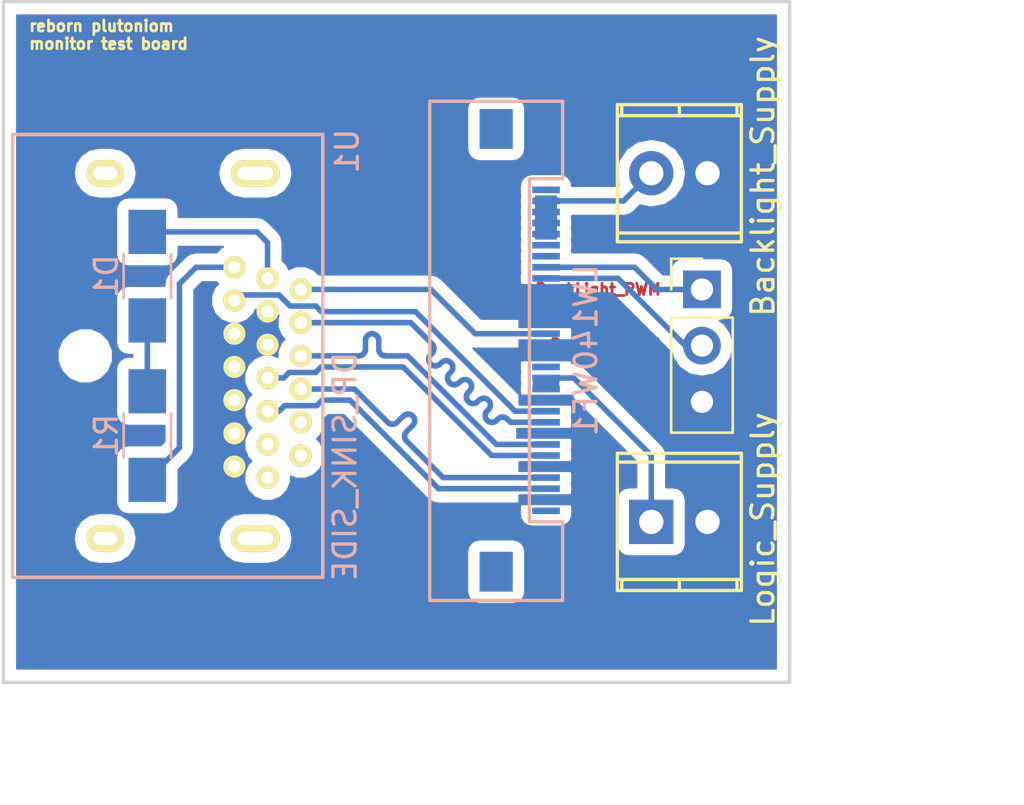
<source format=kicad_pcb>
(kicad_pcb (version 20170123) (host pcbnew no-vcs-found-be10de8~57~ubuntu16.10.1)

  (general
    (links 37)
    (no_connects 0)
    (area 186.424999 28.924999 222.075001 59.825001)
    (thickness 1.6)
    (drawings 14)
    (tracks 255)
    (zones 0)
    (modules 7)
    (nets 25)
  )

  (page A4)
  (layers
    (0 F.Cu signal)
    (31 B.Cu signal)
    (32 B.Adhes user)
    (33 F.Adhes user)
    (34 B.Paste user)
    (35 F.Paste user)
    (36 B.SilkS user)
    (37 F.SilkS user)
    (38 B.Mask user)
    (39 F.Mask user)
    (40 Dwgs.User user)
    (41 Cmts.User user)
    (42 Eco1.User user)
    (43 Eco2.User user)
    (44 Edge.Cuts user)
    (45 Margin user)
    (46 B.CrtYd user)
    (47 F.CrtYd user)
    (48 B.Fab user)
    (49 F.Fab user)
  )

  (setup
    (last_trace_width 0.25)
    (user_trace_width 0.1)
    (user_trace_width 0.125)
    (user_trace_width 0.15)
    (user_trace_width 0.2)
    (user_trace_width 0.25)
    (user_trace_width 0.3)
    (user_trace_width 0.5)
    (trace_clearance 0.1)
    (zone_clearance 0.1)
    (zone_45_only no)
    (trace_min 0.1)
    (segment_width 0.2)
    (edge_width 0.15)
    (via_size 0.8)
    (via_drill 0.4)
    (via_min_size 0.4)
    (via_min_drill 0.3)
    (uvia_size 0.3)
    (uvia_drill 0.1)
    (uvias_allowed no)
    (uvia_min_size 0.2)
    (uvia_min_drill 0.1)
    (pcb_text_width 0.3)
    (pcb_text_size 1.5 1.5)
    (mod_edge_width 0.15)
    (mod_text_size 1 1)
    (mod_text_width 0.15)
    (pad_size 1.524 1.524)
    (pad_drill 0.762)
    (pad_to_mask_clearance 0)
    (aux_axis_origin 186.5 62)
    (grid_origin 186.5 59.71)
    (visible_elements FFFFFFFF)
    (pcbplotparams
      (layerselection 0x01000_fffffffe)
      (usegerberextensions false)
      (excludeedgelayer true)
      (linewidth 0.100000)
      (plotframeref false)
      (viasonmask false)
      (mode 1)
      (useauxorigin false)
      (hpglpennumber 1)
      (hpglpenspeed 20)
      (hpglpendiameter 15)
      (psnegative false)
      (psa4output false)
      (plotreference true)
      (plotvalue true)
      (plotinvisibletext false)
      (padsonsilk false)
      (subtractmaskfromsilk false)
      (outputformat 4)
      (mirror false)
      (drillshape 1)
      (scaleselection 1)
      (outputdirectory pdf/))
  )

  (net 0 "")
  (net 1 "Net-(D1-Pad1)")
  (net 2 "Net-(D1-Pad2)")
  (net 3 +3V3)
  (net 4 GND)
  (net 5 +12V)
  (net 6 /Backlight_PWM)
  (net 7 /Backlight_Enable)
  (net 8 "Net-(R1-Pad2)")
  (net 9 "Net-(U1-Pad6)")
  (net 10 "Net-(U1-Pad3)")
  (net 11 "Net-(U1-Pad4)")
  (net 12 "Net-(U1-Pad1)")
  (net 13 "Net-(U2-Pad1)")
  (net 14 "Net-(U2-Pad14)")
  (net 15 "Net-(U2-Pad24)")
  (net 16 "Net-(U2-Pad25)")
  (net 17 "Net-(U2-Pad30)")
  (net 18 /HPD)
  (net 19 /L1-)
  (net 20 /L1+)
  (net 21 /L0-)
  (net 22 /L0+)
  (net 23 /AUX+)
  (net 24 /AUX-)

  (net_class Default "This is the default net class."
    (clearance 0.1)
    (trace_width 0.25)
    (via_dia 0.8)
    (via_drill 0.4)
    (uvia_dia 0.3)
    (uvia_drill 0.1)
    (add_net +12V)
    (add_net +3V3)
    (add_net /AUX+)
    (add_net /AUX-)
    (add_net /Backlight_Enable)
    (add_net /Backlight_PWM)
    (add_net /HPD)
    (add_net /L0+)
    (add_net /L0-)
    (add_net /L1+)
    (add_net /L1-)
    (add_net GND)
    (add_net "Net-(D1-Pad1)")
    (add_net "Net-(D1-Pad2)")
    (add_net "Net-(R1-Pad2)")
    (add_net "Net-(U1-Pad1)")
    (add_net "Net-(U1-Pad3)")
    (add_net "Net-(U1-Pad4)")
    (add_net "Net-(U1-Pad6)")
    (add_net "Net-(U2-Pad1)")
    (add_net "Net-(U2-Pad14)")
    (add_net "Net-(U2-Pad24)")
    (add_net "Net-(U2-Pad25)")
    (add_net "Net-(U2-Pad30)")
  )

  (module 2040204-1:2040210-1 (layer F.Cu) (tedit 58BA6ED9) (tstamp 58BA749C)
    (at 193.425 45 270)
    (path /58B5F157)
    (fp_text reference U1 (at -9.25 -8.6 270) (layer B.SilkS)
      (effects (font (size 1 1) (thickness 0.15)) (justify mirror))
    )
    (fp_text value DP_SINK_SIDE (at 5 -8.5 270) (layer B.SilkS)
      (effects (font (size 1 1) (thickness 0.15)) (justify mirror))
    )
    (fp_line (start -10 -7.5) (end -10 6.5) (layer B.SilkS) (width 0.15))
    (fp_line (start 10 -7.5) (end 10 6.5) (layer B.SilkS) (width 0.15))
    (fp_line (start 10 6.5) (end 10 6.5) (layer B.SilkS) (width 0.15))
    (fp_line (start 10 6.5) (end -10 6.5) (layer B.SilkS) (width 0.15))
    (fp_line (start -10 -7.5) (end 9.75 -7.5) (layer B.SilkS) (width 0.15))
    (fp_line (start 9.75 -7.5) (end 10 -7.5) (layer B.SilkS) (width 0.15))
    (fp_line (start 10 -7.5) (end 10 -7.5) (layer B.SilkS) (width 0.15))
    (fp_line (start 10 -7.5) (end 10 6.5) (layer F.SilkS) (width 0.15))
    (fp_line (start 10 6.5) (end -10 6.5) (layer F.SilkS) (width 0.15))
    (fp_line (start -10 6.5) (end -10 -7.5) (layer F.SilkS) (width 0.15))
    (fp_line (start -10 -7.5) (end 10 -7.5) (layer F.SilkS) (width 0.15))
    (pad "" np_thru_hole circle (at 0 3.225 270) (size 1.4 1.4) (drill 1.4) (layers *.Cu *.Mask F.SilkS))
    (pad 21 thru_hole oval (at -8.25 2.325 270) (size 1.2 1.7) (drill oval 0.6 1.1) (layers *.Cu *.Mask F.SilkS))
    (pad 22 thru_hole oval (at 8.25 2.325 270) (size 1.2 1.7) (drill oval 0.6 1.1) (layers *.Cu *.Mask F.SilkS))
    (pad 23 thru_hole oval (at -8.25 -4.455 270) (size 1.2 2.2) (drill oval 0.6 1.6) (layers *.Cu *.Mask F.SilkS))
    (pad 24 thru_hole oval (at 8.25 -4.455 270) (size 1.2 2.2) (drill oval 0.6 1.6) (layers *.Cu *.Mask F.SilkS))
    (pad 12 thru_hole circle (at 0 -6.505 270) (size 1 1) (drill 0.55) (layers *.Cu *.Mask F.SilkS)
      (net 22 /L0+))
    (pad 15 thru_hole circle (at -1.5 -6.505 270) (size 1 1) (drill 0.55) (layers *.Cu *.Mask F.SilkS)
      (net 23 /AUX+))
    (pad 18 thru_hole circle (at -3 -6.505 270) (size 1 1) (drill 0.55) (layers *.Cu *.Mask F.SilkS)
      (net 18 /HPD))
    (pad 9 thru_hole circle (at 1.5 -6.505 270) (size 1 1) (drill 0.55) (layers *.Cu *.Mask F.SilkS)
      (net 20 /L1+))
    (pad 6 thru_hole circle (at 3 -6.505 270) (size 1 1) (drill 0.55) (layers *.Cu *.Mask F.SilkS)
      (net 9 "Net-(U1-Pad6)"))
    (pad 3 thru_hole circle (at 4.5 -6.505 270) (size 1 1) (drill 0.55) (layers *.Cu *.Mask F.SilkS)
      (net 10 "Net-(U1-Pad3)"))
    (pad 13 thru_hole circle (at -0.5 -5.005 270) (size 1 1) (drill 0.55) (layers *.Cu *.Mask F.SilkS)
      (net 4 GND))
    (pad 16 thru_hole circle (at -2 -5.005 270) (size 1 1) (drill 0.55) (layers *.Cu *.Mask F.SilkS)
      (net 4 GND))
    (pad 19 thru_hole circle (at -3.5 -5.005 270) (size 1 1) (drill 0.55) (layers *.Cu *.Mask F.SilkS)
      (net 1 "Net-(D1-Pad1)"))
    (pad 10 thru_hole circle (at 1 -5.005 270) (size 1 1) (drill 0.55) (layers *.Cu *.Mask F.SilkS)
      (net 21 /L0-))
    (pad 7 thru_hole circle (at 2.5 -5.005 270) (size 1 1) (drill 0.55) (layers *.Cu *.Mask F.SilkS)
      (net 19 /L1-))
    (pad 4 thru_hole circle (at 4 -5.005 270) (size 1 1) (drill 0.55) (layers *.Cu *.Mask F.SilkS)
      (net 11 "Net-(U1-Pad4)"))
    (pad 1 thru_hole circle (at 5.5 -5.005 270) (size 1 1) (drill 0.55) (layers *.Cu *.Mask F.SilkS)
      (net 12 "Net-(U1-Pad1)"))
    (pad 14 thru_hole circle (at -1 -3.505 270) (size 1 1) (drill 0.55) (layers *.Cu *.Mask F.SilkS)
      (net 4 GND))
    (pad 17 thru_hole circle (at -2.5 -3.505 270) (size 1 1) (drill 0.55) (layers *.Cu *.Mask F.SilkS)
      (net 24 /AUX-))
    (pad 20 thru_hole circle (at -4 -3.505 270) (size 1 1) (drill 0.55) (layers *.Cu *.Mask F.SilkS)
      (net 8 "Net-(R1-Pad2)"))
    (pad 11 thru_hole circle (at 0.5 -3.505 270) (size 1 1) (drill 0.55) (layers *.Cu *.Mask F.SilkS)
      (net 4 GND))
    (pad 8 thru_hole circle (at 2 -3.505 270) (size 1 1) (drill 0.55) (layers *.Cu *.Mask F.SilkS)
      (net 4 GND))
    (pad 5 thru_hole circle (at 3.5 -3.505 270) (size 1 1) (drill 0.55) (layers *.Cu *.Mask F.SilkS)
      (net 4 GND))
    (pad 2 thru_hole circle (at 5 -3.505 270) (size 1 1) (drill 0.55) (layers *.Cu *.Mask F.SilkS)
      (net 4 GND))
    (model ${KIPRJMOD}/libs/foot/2040204-1.pretty/c-2040210-1-a-3d.stp
      (at (xyz 0 -0.2952755905511811 0.1456692913385827))
      (scale (xyz 1 1 1))
      (rotate (xyz -90 0 0))
    )
  )

  (module F0500WR:F0500WR-S-30PT (layer B.Cu) (tedit 58BA6B58) (tstamp 58B7EAF9)
    (at 211 44.75 90)
    (path /58B5F34E)
    (attr smd)
    (fp_text reference U2 (at 8 -6 270) (layer B.Fab)
      (effects (font (size 1 1) (thickness 0.15)) (justify mirror))
    )
    (fp_text value LW140WF1 (at 0 1.8 90) (layer B.SilkS)
      (effects (font (size 1 1) (thickness 0.15)) (justify mirror))
    )
    (fp_line (start -7.5 -0.75) (end 7.5 -0.75) (layer B.SilkS) (width 0.15))
    (fp_line (start 7.5 -0.75) (end 7.75 -0.75) (layer B.SilkS) (width 0.15))
    (fp_line (start 7.75 -0.75) (end 7.75 0.75) (layer B.SilkS) (width 0.15))
    (fp_line (start 7.75 0.75) (end 11.25 0.75) (layer B.SilkS) (width 0.15))
    (fp_line (start 11.25 0.75) (end 11.25 -3) (layer B.SilkS) (width 0.15))
    (fp_line (start 11.25 -3) (end 11.25 -5.25) (layer B.SilkS) (width 0.15))
    (fp_line (start 11.25 -5.25) (end -11.25 -5.25) (layer B.SilkS) (width 0.15))
    (fp_line (start -11.3 -5.25) (end -11.3 0.75) (layer B.SilkS) (width 0.15))
    (fp_line (start -11.25 0.75) (end -7.75 0.75) (layer B.SilkS) (width 0.15))
    (fp_line (start -7.75 0.75) (end -7.75 -0.75) (layer B.SilkS) (width 0.15))
    (fp_line (start -7.75 -0.75) (end -7.5 -0.75) (layer B.SilkS) (width 0.15))
    (pad 1 smd rect (at -7.25 0 90) (size 0.3 1.25) (layers B.Cu B.Paste B.Mask)
      (net 13 "Net-(U2-Pad1)"))
    (pad 2 smd rect (at -6.75 0 90) (size 0.3 1.25) (layers B.Cu B.Paste B.Mask)
      (net 4 GND))
    (pad 3 smd rect (at -6.25 0 90) (size 0.3 1.25) (layers B.Cu B.Paste B.Mask)
      (net 19 /L1-))
    (pad 4 smd rect (at -5.75 0 90) (size 0.3 1.25) (layers B.Cu B.Paste B.Mask)
      (net 20 /L1+))
    (pad 5 smd rect (at -5.25 0 90) (size 0.3 1.25) (layers B.Cu B.Paste B.Mask)
      (net 4 GND))
    (pad 6 smd rect (at -4.75 0 90) (size 0.3 1.25) (layers B.Cu B.Paste B.Mask)
      (net 21 /L0-))
    (pad 7 smd rect (at -4.25 0 90) (size 0.3 1.25) (layers B.Cu B.Paste B.Mask)
      (net 22 /L0+))
    (pad 8 smd rect (at -3.75 0 90) (size 0.3 1.25) (layers B.Cu B.Paste B.Mask)
      (net 4 GND))
    (pad 9 smd rect (at -3.25 0 90) (size 0.3 1.25) (layers B.Cu B.Paste B.Mask)
      (net 23 /AUX+))
    (pad 10 smd rect (at -2.75 0 90) (size 0.3 1.25) (layers B.Cu B.Paste B.Mask)
      (net 24 /AUX-))
    (pad 11 smd rect (at -2.25 0 90) (size 0.3 1.25) (layers B.Cu B.Paste B.Mask)
      (net 4 GND))
    (pad 12 smd rect (at -1.75 0 90) (size 0.3 1.25) (layers B.Cu B.Paste B.Mask)
      (net 3 +3V3))
    (pad 13 smd rect (at -1.25 0 90) (size 0.3 1.25) (layers B.Cu B.Paste B.Mask)
      (net 3 +3V3))
    (pad 14 smd rect (at -0.75 0 90) (size 0.3 1.25) (layers B.Cu B.Paste B.Mask)
      (net 14 "Net-(U2-Pad14)"))
    (pad 15 smd rect (at -0.25 0 90) (size 0.3 1.25) (layers B.Cu B.Paste B.Mask)
      (net 4 GND))
    (pad 16 smd rect (at 0.25 0 90) (size 0.3 1.25) (layers B.Cu B.Paste B.Mask)
      (net 4 GND))
    (pad 17 smd rect (at 0.75 0 90) (size 0.3 1.25) (layers B.Cu B.Paste B.Mask)
      (net 18 /HPD))
    (pad 18 smd rect (at 1.25 0 90) (size 0.3 1.25) (layers B.Cu B.Paste B.Mask)
      (net 4 GND))
    (pad 19 smd rect (at 1.75 0 90) (size 0.3 1.25) (layers B.Cu B.Paste B.Mask)
      (net 4 GND))
    (pad 20 smd rect (at 2.25 0 90) (size 0.3 1.25) (layers B.Cu B.Paste B.Mask)
      (net 4 GND))
    (pad 21 smd rect (at 2.75 0 90) (size 0.3 1.25) (layers B.Cu B.Paste B.Mask)
      (net 4 GND))
    (pad 22 smd rect (at 3.25 0 90) (size 0.3 1.25) (layers B.Cu B.Paste B.Mask)
      (net 7 /Backlight_Enable))
    (pad 23 smd rect (at 3.75 0 90) (size 0.3 1.25) (layers B.Cu B.Paste B.Mask)
      (net 6 /Backlight_PWM))
    (pad 24 smd rect (at 4.25 0 90) (size 0.3 1.25) (layers B.Cu B.Paste B.Mask)
      (net 15 "Net-(U2-Pad24)"))
    (pad 25 smd rect (at 4.75 0 90) (size 0.3 1.25) (layers B.Cu B.Paste B.Mask)
      (net 16 "Net-(U2-Pad25)"))
    (pad 26 smd rect (at 5.25 0 90) (size 0.3 1.25) (layers B.Cu B.Paste B.Mask)
      (net 5 +12V))
    (pad 27 smd rect (at 5.75 0 90) (size 0.3 1.25) (layers B.Cu B.Paste B.Mask)
      (net 5 +12V))
    (pad 28 smd rect (at 6.25 0 90) (size 0.3 1.25) (layers B.Cu B.Paste B.Mask)
      (net 5 +12V))
    (pad 29 smd rect (at 6.75 0 90) (size 0.3 1.25) (layers B.Cu B.Paste B.Mask)
      (net 5 +12V))
    (pad 30 smd rect (at 7.25 0 90) (size 0.3 1.25) (layers B.Cu B.Paste B.Mask)
      (net 17 "Net-(U2-Pad30)"))
    (pad 0 smd rect (at -10 -2.25 90) (size 1.8 1.5) (layers B.Cu B.Paste B.Mask))
    (pad 0 smd rect (at 10 -2.25 90) (size 1.8 1.5) (layers B.Cu B.Paste B.Mask))
  )

  (module Resistors_SMD:R_1206_HandSoldering (layer B.Cu) (tedit 58AADA36) (tstamp 58B7EA9F)
    (at 193 41.4 270)
    (descr "Resistor SMD 1206, hand soldering")
    (tags "resistor 1206")
    (path /58B606BC)
    (attr smd)
    (fp_text reference D1 (at 0 1.85 270) (layer B.SilkS)
      (effects (font (size 1 1) (thickness 0.15)) (justify mirror))
    )
    (fp_text value LED_ALT (at 0 -1.9 270) (layer B.Fab)
      (effects (font (size 1 1) (thickness 0.15)) (justify mirror))
    )
    (fp_text user %R (at 0 1.85 270) (layer B.Fab)
      (effects (font (size 1 1) (thickness 0.15)) (justify mirror))
    )
    (fp_line (start -1.6 -0.8) (end -1.6 0.8) (layer B.Fab) (width 0.1))
    (fp_line (start 1.6 -0.8) (end -1.6 -0.8) (layer B.Fab) (width 0.1))
    (fp_line (start 1.6 0.8) (end 1.6 -0.8) (layer B.Fab) (width 0.1))
    (fp_line (start -1.6 0.8) (end 1.6 0.8) (layer B.Fab) (width 0.1))
    (fp_line (start 1 -1.07) (end -1 -1.07) (layer B.SilkS) (width 0.12))
    (fp_line (start -1 1.07) (end 1 1.07) (layer B.SilkS) (width 0.12))
    (fp_line (start -3.25 1.11) (end 3.25 1.11) (layer B.CrtYd) (width 0.05))
    (fp_line (start -3.25 1.11) (end -3.25 -1.1) (layer B.CrtYd) (width 0.05))
    (fp_line (start 3.25 -1.1) (end 3.25 1.11) (layer B.CrtYd) (width 0.05))
    (fp_line (start 3.25 -1.1) (end -3.25 -1.1) (layer B.CrtYd) (width 0.05))
    (pad 1 smd rect (at -2 0 270) (size 2 1.7) (layers B.Cu B.Paste B.Mask)
      (net 1 "Net-(D1-Pad1)"))
    (pad 2 smd rect (at 2 0 270) (size 2 1.7) (layers B.Cu B.Paste B.Mask)
      (net 2 "Net-(D1-Pad2)"))
    (model Resistors_SMD.3dshapes/R_1206.wrl
      (at (xyz 0 0 0))
      (scale (xyz 1 1 1))
      (rotate (xyz 0 0 0))
    )
  )

  (module Connectors_Terminal_Blocks:TerminalBlock_Pheonix_MPT-2.54mm_2pol (layer F.Cu) (tedit 58BA6B53) (tstamp 58B7EAA5)
    (at 215.75 52.5)
    (descr "2-way 2.54mm pitch terminal block, Phoenix MPT series")
    (path /58B5ED51)
    (fp_text reference J1 (at -2.56 0) (layer F.Fab)
      (effects (font (size 1 1) (thickness 0.15)))
    )
    (fp_text value Logic_Supply (at 5.04 -0.116 90) (layer F.SilkS)
      (effects (font (size 1 1) (thickness 0.15)))
    )
    (fp_line (start -1.52908 -3.0988) (end -1.52908 3.0988) (layer F.SilkS) (width 0.15))
    (fp_line (start 4.06908 -3.0988) (end -1.52908 -3.0988) (layer F.SilkS) (width 0.15))
    (fp_line (start 4.06908 3.0988) (end 4.06908 -3.0988) (layer F.SilkS) (width 0.15))
    (fp_line (start -1.52908 3.0988) (end 4.06908 3.0988) (layer F.SilkS) (width 0.15))
    (fp_line (start -1.52908 -2.70002) (end 4.06908 -2.70002) (layer F.SilkS) (width 0.15))
    (fp_line (start 1.27 3.0988) (end 1.27 2.60096) (layer F.SilkS) (width 0.15))
    (fp_line (start 3.87096 2.60096) (end 3.87096 3.0988) (layer F.SilkS) (width 0.15))
    (fp_line (start -1.33096 3.0988) (end -1.33096 2.60096) (layer F.SilkS) (width 0.15))
    (fp_line (start 4.06908 2.60096) (end -1.52908 2.60096) (layer F.SilkS) (width 0.15))
    (fp_line (start 4.3 -3.3) (end 4.3 3.3) (layer F.CrtYd) (width 0.05))
    (fp_line (start 4.3 3.3) (end -1.7 3.3) (layer F.CrtYd) (width 0.05))
    (fp_line (start -1.7 3.3) (end -1.7 -3.3) (layer F.CrtYd) (width 0.05))
    (fp_line (start -1.7 -3.3) (end 4.3 -3.3) (layer F.CrtYd) (width 0.05))
    (pad 1 thru_hole rect (at 0 0) (size 1.99898 1.99898) (drill 1.09728) (layers *.Cu *.Mask)
      (net 3 +3V3))
    (pad 2 thru_hole oval (at 2.54 0) (size 1.99898 1.99898) (drill 1.09728) (layers *.Cu *.Mask)
      (net 4 GND))
    (model Terminal_Blocks.3dshapes/TerminalBlock_Pheonix_MPT-2.54mm_2pol.wrl
      (at (xyz 0.05 0 0))
      (scale (xyz 1 1 1))
      (rotate (xyz 0 0 0))
    )
  )

  (module Connectors_Terminal_Blocks:TerminalBlock_Pheonix_MPT-2.54mm_2pol (layer F.Cu) (tedit 58BA6B4F) (tstamp 58B7EAAB)
    (at 218.29 36.75 180)
    (descr "2-way 2.54mm pitch terminal block, Phoenix MPT series")
    (path /58B5EE33)
    (fp_text reference J2 (at 5.15 0 180) (layer F.Fab)
      (effects (font (size 1 1) (thickness 0.15)))
    )
    (fp_text value Backlight_Supply (at -2.5 -0.14 270) (layer F.SilkS)
      (effects (font (size 1 1) (thickness 0.15)))
    )
    (fp_line (start -1.7 -3.3) (end 4.3 -3.3) (layer F.CrtYd) (width 0.05))
    (fp_line (start -1.7 3.3) (end -1.7 -3.3) (layer F.CrtYd) (width 0.05))
    (fp_line (start 4.3 3.3) (end -1.7 3.3) (layer F.CrtYd) (width 0.05))
    (fp_line (start 4.3 -3.3) (end 4.3 3.3) (layer F.CrtYd) (width 0.05))
    (fp_line (start 4.06908 2.60096) (end -1.52908 2.60096) (layer F.SilkS) (width 0.15))
    (fp_line (start -1.33096 3.0988) (end -1.33096 2.60096) (layer F.SilkS) (width 0.15))
    (fp_line (start 3.87096 2.60096) (end 3.87096 3.0988) (layer F.SilkS) (width 0.15))
    (fp_line (start 1.27 3.0988) (end 1.27 2.60096) (layer F.SilkS) (width 0.15))
    (fp_line (start -1.52908 -2.70002) (end 4.06908 -2.70002) (layer F.SilkS) (width 0.15))
    (fp_line (start -1.52908 3.0988) (end 4.06908 3.0988) (layer F.SilkS) (width 0.15))
    (fp_line (start 4.06908 3.0988) (end 4.06908 -3.0988) (layer F.SilkS) (width 0.15))
    (fp_line (start 4.06908 -3.0988) (end -1.52908 -3.0988) (layer F.SilkS) (width 0.15))
    (fp_line (start -1.52908 -3.0988) (end -1.52908 3.0988) (layer F.SilkS) (width 0.15))
    (pad 2 thru_hole oval (at 2.54 0 180) (size 1.99898 1.99898) (drill 1.09728) (layers *.Cu *.Mask)
      (net 5 +12V))
    (pad 1 thru_hole rect (at 0 0 180) (size 1.99898 1.99898) (drill 1.09728) (layers *.Cu *.Mask)
      (net 4 GND))
    (model Terminal_Blocks.3dshapes/TerminalBlock_Pheonix_MPT-2.54mm_2pol.wrl
      (at (xyz 0.05 0 0))
      (scale (xyz 1 1 1))
      (rotate (xyz 0 0 0))
    )
  )

  (module Pin_Headers:Pin_Header_Straight_1x03_Pitch2.54mm (layer F.Cu) (tedit 58BA6B49) (tstamp 58B7EAB2)
    (at 218.04 42)
    (descr "Through hole straight pin header, 1x03, 2.54mm pitch, single row")
    (tags "Through hole pin header THT 1x03 2.54mm single row")
    (path /58B5FCF9)
    (fp_text reference J3 (at 2.46 2.51) (layer F.Fab)
      (effects (font (size 1 1) (thickness 0.15)))
    )
    (fp_text value Backlight_Controll (at 13.71 3 -90) (layer F.Fab)
      (effects (font (size 1 1) (thickness 0.15)))
    )
    (fp_line (start 1.6 -1.6) (end -1.6 -1.6) (layer F.CrtYd) (width 0.05))
    (fp_line (start 1.6 6.6) (end 1.6 -1.6) (layer F.CrtYd) (width 0.05))
    (fp_line (start -1.6 6.6) (end 1.6 6.6) (layer F.CrtYd) (width 0.05))
    (fp_line (start -1.6 -1.6) (end -1.6 6.6) (layer F.CrtYd) (width 0.05))
    (fp_line (start -1.39 -1.39) (end 0 -1.39) (layer F.SilkS) (width 0.12))
    (fp_line (start -1.39 0) (end -1.39 -1.39) (layer F.SilkS) (width 0.12))
    (fp_line (start 1.39 1.27) (end -1.39 1.27) (layer F.SilkS) (width 0.12))
    (fp_line (start 1.39 6.47) (end 1.39 1.27) (layer F.SilkS) (width 0.12))
    (fp_line (start -1.39 6.47) (end 1.39 6.47) (layer F.SilkS) (width 0.12))
    (fp_line (start -1.39 1.27) (end -1.39 6.47) (layer F.SilkS) (width 0.12))
    (fp_line (start 1.27 -1.27) (end -1.27 -1.27) (layer F.Fab) (width 0.1))
    (fp_line (start 1.27 6.35) (end 1.27 -1.27) (layer F.Fab) (width 0.1))
    (fp_line (start -1.27 6.35) (end 1.27 6.35) (layer F.Fab) (width 0.1))
    (fp_line (start -1.27 -1.27) (end -1.27 6.35) (layer F.Fab) (width 0.1))
    (pad 3 thru_hole oval (at 0 5.08) (size 1.7 1.7) (drill 1) (layers *.Cu *.Mask)
      (net 4 GND))
    (pad 2 thru_hole oval (at 0 2.54) (size 1.7 1.7) (drill 1) (layers *.Cu *.Mask)
      (net 7 /Backlight_Enable))
    (pad 1 thru_hole rect (at 0 0) (size 1.7 1.7) (drill 1) (layers *.Cu *.Mask)
      (net 6 /Backlight_PWM))
    (model Pin_Headers.3dshapes/Pin_Header_Straight_1x03_Pitch2.54mm.wrl
      (at (xyz 0 -0.1 0))
      (scale (xyz 1 1 1))
      (rotate (xyz 0 0 90))
    )
  )

  (module Resistors_SMD:R_1206_HandSoldering (layer B.Cu) (tedit 58AADA36) (tstamp 58B7EAB8)
    (at 193 48.6 270)
    (descr "Resistor SMD 1206, hand soldering")
    (tags "resistor 1206")
    (path /58B5F6A0)
    (attr smd)
    (fp_text reference R1 (at 0 1.85 270) (layer B.SilkS)
      (effects (font (size 1 1) (thickness 0.15)) (justify mirror))
    )
    (fp_text value 330 (at 0 -1.9 270) (layer B.Fab)
      (effects (font (size 1 1) (thickness 0.15)) (justify mirror))
    )
    (fp_line (start 3.25 -1.1) (end -3.25 -1.1) (layer B.CrtYd) (width 0.05))
    (fp_line (start 3.25 -1.1) (end 3.25 1.11) (layer B.CrtYd) (width 0.05))
    (fp_line (start -3.25 1.11) (end -3.25 -1.1) (layer B.CrtYd) (width 0.05))
    (fp_line (start -3.25 1.11) (end 3.25 1.11) (layer B.CrtYd) (width 0.05))
    (fp_line (start -1 1.07) (end 1 1.07) (layer B.SilkS) (width 0.12))
    (fp_line (start 1 -1.07) (end -1 -1.07) (layer B.SilkS) (width 0.12))
    (fp_line (start -1.6 0.8) (end 1.6 0.8) (layer B.Fab) (width 0.1))
    (fp_line (start 1.6 0.8) (end 1.6 -0.8) (layer B.Fab) (width 0.1))
    (fp_line (start 1.6 -0.8) (end -1.6 -0.8) (layer B.Fab) (width 0.1))
    (fp_line (start -1.6 -0.8) (end -1.6 0.8) (layer B.Fab) (width 0.1))
    (fp_text user %R (at 0 1.85 270) (layer B.Fab)
      (effects (font (size 1 1) (thickness 0.15)) (justify mirror))
    )
    (pad 2 smd rect (at 2 0 270) (size 2 1.7) (layers B.Cu B.Paste B.Mask)
      (net 8 "Net-(R1-Pad2)"))
    (pad 1 smd rect (at -2 0 270) (size 2 1.7) (layers B.Cu B.Paste B.Mask)
      (net 2 "Net-(D1-Pad2)"))
    (model Resistors_SMD.3dshapes/R_1206.wrl
      (at (xyz 0 0 0))
      (scale (xyz 1 1 1))
      (rotate (xyz 0 0 0))
    )
  )

  (gr_text +12V (at 215.71 31.81 180) (layer F.Cu) (tstamp 58BA7140)
    (effects (font (size 0.5 0.5) (thickness 0.125)))
  )
  (gr_text GND (at 218.25 31.81 180) (layer F.Cu) (tstamp 58BA713F)
    (effects (font (size 0.5 0.5) (thickness 0.125)))
  )
  (gr_text +3V3 (at 215.71 57.202) (layer F.Cu) (tstamp 58BA70CE)
    (effects (font (size 0.5 0.5) (thickness 0.125)))
  )
  (gr_text GND (at 218.25 57.202) (layer F.Cu) (tstamp 58BA70C3)
    (effects (font (size 0.5 0.5) (thickness 0.125)))
  )
  (gr_text GND (at 216.25 47) (layer F.Cu) (tstamp 58BA7687)
    (effects (font (size 0.5 0.5) (thickness 0.125)) (justify right))
  )
  (gr_text BackLight_EN (at 216.25 44.5) (layer F.Cu)
    (effects (font (size 0.5 0.5) (thickness 0.125)) (justify right))
  )
  (gr_text BackLight_PWM (at 216.25 42) (layer F.Cu)
    (effects (font (size 0.5 0.5) (thickness 0.125)) (justify right))
  )
  (dimension 30.5 (width 0.3) (layer Dwgs.User)
    (gr_text "30,500 mm" (at 227.45 44.46 90) (layer Dwgs.User) (tstamp 58CD591D)
      (effects (font (size 1.5 1.5) (thickness 0.3)))
    )
    (feature1 (pts (xy 224 29.21) (xy 228.8 29.21)))
    (feature2 (pts (xy 224 59.71) (xy 228.8 59.71)))
    (crossbar (pts (xy 226.1 59.71) (xy 226.1 29.21)))
    (arrow1a (pts (xy 226.1 29.21) (xy 226.686421 30.336504)))
    (arrow1b (pts (xy 226.1 29.21) (xy 225.513579 30.336504)))
    (arrow2a (pts (xy 226.1 59.71) (xy 226.686421 58.583496)))
    (arrow2b (pts (xy 226.1 59.71) (xy 225.513579 58.583496)))
  )
  (dimension 35.5 (width 0.3) (layer Dwgs.User)
    (gr_text "35,500 mm" (at 204.25 65.92) (layer Dwgs.User) (tstamp 58CD591E)
      (effects (font (size 1.5 1.5) (thickness 0.3)))
    )
    (feature1 (pts (xy 222 61.71) (xy 222 67.27)))
    (feature2 (pts (xy 186.5 61.71) (xy 186.5 67.27)))
    (crossbar (pts (xy 186.5 64.57) (xy 222 64.57)))
    (arrow1a (pts (xy 222 64.57) (xy 220.873496 65.156421)))
    (arrow1b (pts (xy 222 64.57) (xy 220.873496 63.983579)))
    (arrow2a (pts (xy 186.5 64.57) (xy 187.626504 65.156421)))
    (arrow2b (pts (xy 186.5 64.57) (xy 187.626504 63.983579)))
  )
  (gr_text "reborn plutoniom\nmonitor test board\n" (at 187.6 30.5) (layer F.SilkS)
    (effects (font (size 0.5 0.5) (thickness 0.125)) (justify left))
  )
  (gr_line (start 222 29) (end 222 59.75) (layer Edge.Cuts) (width 0.15))
  (gr_line (start 186.5 29) (end 222 29) (layer Edge.Cuts) (width 0.15))
  (gr_line (start 186.5 59.75) (end 186.5 29) (layer Edge.Cuts) (width 0.15))
  (gr_line (start 222 59.75) (end 186.5 59.75) (layer Edge.Cuts) (width 0.15))

  (segment (start 198.43 39.88) (end 197.95 39.4) (width 0.25) (layer B.Cu) (net 1))
  (segment (start 197.95 39.4) (end 193 39.4) (width 0.25) (layer B.Cu) (net 1))
  (segment (start 198.43 41.5) (end 198.43 39.88) (width 0.25) (layer B.Cu) (net 1))
  (segment (start 193 43.4) (end 193 46.6) (width 0.25) (layer B.Cu) (net 2))
  (segment (start 215.75 49.5) (end 212.25 46) (width 0.25) (layer B.Cu) (net 3))
  (segment (start 212.25 46) (end 211 46) (width 0.25) (layer B.Cu) (net 3))
  (segment (start 215.75 52.5) (end 215.75 49.5) (width 0.25) (layer B.Cu) (net 3))
  (segment (start 212 47) (end 212.75 47.75) (width 0.1) (layer B.Cu) (net 4))
  (segment (start 211 47) (end 212 47) (width 0.1) (layer B.Cu) (net 4))
  (segment (start 212.75 47.75) (end 212.75 48) (width 0.1) (layer B.Cu) (net 4))
  (segment (start 213 44.5) (end 213.5 45) (width 0.1) (layer B.Cu) (net 4))
  (segment (start 211 44.5) (end 213 44.5) (width 0.1) (layer B.Cu) (net 4))
  (segment (start 211 48.5) (end 212.75 48.5) (width 0.25) (layer B.Cu) (net 4))
  (segment (start 211 50) (end 212.5 50) (width 0.25) (layer B.Cu) (net 4))
  (segment (start 211 51.5) (end 212.25 51.5) (width 0.25) (layer B.Cu) (net 4))
  (segment (start 211 38) (end 214.5 38) (width 0.25) (layer B.Cu) (net 5))
  (segment (start 214.5 38) (end 215.75 36.75) (width 0.25) (layer B.Cu) (net 5))
  (segment (start 216 42) (end 215 41) (width 0.25) (layer B.Cu) (net 6))
  (segment (start 215 41) (end 211 41) (width 0.25) (layer B.Cu) (net 6))
  (segment (start 218.04 42) (end 216 42) (width 0.25) (layer B.Cu) (net 6))
  (segment (start 217.29 44.54) (end 214.25 41.5) (width 0.25) (layer B.Cu) (net 7))
  (segment (start 214.25 41.5) (end 211 41.5) (width 0.25) (layer B.Cu) (net 7))
  (segment (start 218.04 44.54) (end 217.29 44.54) (width 0.25) (layer B.Cu) (net 7))
  (segment (start 194.45 41.75) (end 194.45 49.15) (width 0.25) (layer B.Cu) (net 8))
  (segment (start 194.45 49.15) (end 193 50.6) (width 0.25) (layer B.Cu) (net 8))
  (segment (start 195.2 41) (end 194.45 41.75) (width 0.25) (layer B.Cu) (net 8))
  (segment (start 196.93 41) (end 195.2 41) (width 0.25) (layer B.Cu) (net 8))
  (segment (start 207.8 44) (end 205.8 42) (width 0.25) (layer B.Cu) (net 18))
  (segment (start 205.8 42) (end 199.93 42) (width 0.25) (layer B.Cu) (net 18))
  (segment (start 211 44) (end 207.8 44) (width 0.25) (layer B.Cu) (net 18))
  (segment (start 199.2 47.25) (end 200.65 47.25) (width 0.25) (layer B.Cu) (net 19))
  (segment (start 200.65 47.25) (end 200.9 47) (width 0.25) (layer B.Cu) (net 19))
  (segment (start 198.95 47.5) (end 199.2 47.25) (width 0.25) (layer B.Cu) (net 19))
  (segment (start 198.43 47.5) (end 198.95 47.5) (width 0.25) (layer B.Cu) (net 19))
  (segment (start 200.9 47) (end 200.95 47) (width 0.25) (layer B.Cu) (net 19))
  (segment (start 202.146448 47) (end 200.9 47) (width 0.25) (layer B.Cu) (net 19))
  (segment (start 206.146447 50.999999) (end 202.146448 47) (width 0.25) (layer B.Cu) (net 19))
  (segment (start 211 51) (end 210.999999 50.999999) (width 0.25) (layer B.Cu) (net 19))
  (segment (start 210.999999 50.999999) (end 206.146447 50.999999) (width 0.25) (layer B.Cu) (net 19))
  (segment (start 200.9 46.5) (end 202.353552 46.5) (width 0.25) (layer B.Cu) (net 20))
  (segment (start 204.739201 47.631175) (end 204.806379 47.631174) (width 0.25) (layer B.Cu) (net 20))
  (segment (start 202.353552 46.5) (end 203.853552 48) (width 0.25) (layer B.Cu) (net 20))
  (segment (start 203.853552 48) (end 203.906073 48.041884) (width 0.25) (layer B.Cu) (net 20))
  (segment (start 204.871874 47.646124) (end 204.9324 47.675272) (width 0.25) (layer B.Cu) (net 20))
  (segment (start 204.616096 48.602805) (end 204.616097 48.669985) (width 0.25) (layer B.Cu) (net 20))
  (segment (start 203.906073 48.041884) (end 203.9666 48.071032) (width 0.25) (layer B.Cu) (net 20))
  (segment (start 204.616097 48.669985) (end 204.631045 48.735478) (width 0.25) (layer B.Cu) (net 20))
  (segment (start 203.9666 48.071032) (end 204.032093 48.08598) (width 0.25) (layer B.Cu) (net 20))
  (segment (start 204.225293 48.041885) (end 204.277816 48) (width 0.25) (layer B.Cu) (net 20))
  (segment (start 204.9324 47.675272) (end 204.984921 47.717156) (width 0.25) (layer B.Cu) (net 20))
  (segment (start 204.032093 48.08598) (end 204.099273 48.085981) (width 0.25) (layer B.Cu) (net 20))
  (segment (start 204.099273 48.085981) (end 204.164766 48.071031) (width 0.25) (layer B.Cu) (net 20))
  (segment (start 206.353553 50.500001) (end 210.999999 50.500001) (width 0.25) (layer B.Cu) (net 20))
  (segment (start 204.806379 47.631174) (end 204.871874 47.646124) (width 0.25) (layer B.Cu) (net 20))
  (segment (start 204.164766 48.071031) (end 204.225293 48.041885) (width 0.25) (layer B.Cu) (net 20))
  (segment (start 204.277816 48) (end 204.560657 47.717156) (width 0.25) (layer B.Cu) (net 20))
  (segment (start 204.560657 47.717156) (end 204.61318 47.675271) (width 0.25) (layer B.Cu) (net 20))
  (segment (start 204.61318 47.675271) (end 204.673706 47.646123) (width 0.25) (layer B.Cu) (net 20))
  (segment (start 205.026806 48.088897) (end 204.984921 48.14142) (width 0.25) (layer B.Cu) (net 20))
  (segment (start 210.999999 50.500001) (end 211 50.5) (width 0.25) (layer B.Cu) (net 20))
  (segment (start 204.673706 47.646123) (end 204.739201 47.631175) (width 0.25) (layer B.Cu) (net 20))
  (segment (start 204.984921 48.14142) (end 204.702079 48.424263) (width 0.25) (layer B.Cu) (net 20))
  (segment (start 205.070903 47.895699) (end 205.070902 47.962877) (width 0.25) (layer B.Cu) (net 20))
  (segment (start 204.984921 47.717156) (end 205.026807 47.769679) (width 0.25) (layer B.Cu) (net 20))
  (segment (start 205.026807 47.769679) (end 205.055953 47.830204) (width 0.25) (layer B.Cu) (net 20))
  (segment (start 205.055953 47.830204) (end 205.070903 47.895699) (width 0.25) (layer B.Cu) (net 20))
  (segment (start 204.660194 48.476786) (end 204.631046 48.537312) (width 0.25) (layer B.Cu) (net 20))
  (segment (start 205.070902 47.962877) (end 205.055954 48.028372) (width 0.25) (layer B.Cu) (net 20))
  (segment (start 205.055954 48.028372) (end 205.026806 48.088897) (width 0.25) (layer B.Cu) (net 20))
  (segment (start 204.702079 48.424263) (end 204.660194 48.476786) (width 0.25) (layer B.Cu) (net 20))
  (segment (start 204.631046 48.537312) (end 204.616096 48.602805) (width 0.25) (layer B.Cu) (net 20))
  (segment (start 204.631045 48.735478) (end 204.660193 48.796004) (width 0.25) (layer B.Cu) (net 20))
  (segment (start 204.660193 48.796004) (end 204.70208 48.848528) (width 0.25) (layer B.Cu) (net 20))
  (segment (start 204.70208 48.848528) (end 206.353553 50.500001) (width 0.25) (layer B.Cu) (net 20))
  (segment (start 200.9 46.5) (end 199.93 46.5) (width 0.25) (layer B.Cu) (net 20))
  (segment (start 200.9 46.5) (end 200.95 46.5) (width 0.25) (layer B.Cu) (net 20))
  (segment (start 198.43 46) (end 199.15 46) (width 0.25) (layer B.Cu) (net 21))
  (segment (start 199.15 46) (end 199.4 45.75) (width 0.25) (layer B.Cu) (net 21))
  (segment (start 199.4 45.75) (end 200.6 45.75) (width 0.25) (layer B.Cu) (net 21))
  (segment (start 200.85 45.5) (end 204.546448 45.5) (width 0.25) (layer B.Cu) (net 21))
  (segment (start 200.6 45.75) (end 200.85 45.5) (width 0.25) (layer B.Cu) (net 21))
  (segment (start 210.999999 49.499999) (end 211 49.5) (width 0.25) (layer B.Cu) (net 21))
  (segment (start 204.546448 45.5) (end 208.546447 49.499999) (width 0.25) (layer B.Cu) (net 21))
  (segment (start 208.546447 49.499999) (end 210.999999 49.499999) (width 0.25) (layer B.Cu) (net 21))
  (segment (start 211 49) (end 210.999999 49.000001) (width 0.25) (layer B.Cu) (net 22))
  (segment (start 202.879709 44.169834) (end 202.857521 44.233243) (width 0.25) (layer B.Cu) (net 22))
  (segment (start 203.51545 44.887046) (end 203.479709 44.830165) (width 0.25) (layer B.Cu) (net 22))
  (segment (start 210.999999 49.000001) (end 208.753553 49.000001) (width 0.25) (layer B.Cu) (net 22))
  (segment (start 208.753553 49.000001) (end 204.753552 45) (width 0.25) (layer B.Cu) (net 22))
  (segment (start 202.82029 44.830165) (end 202.784549 44.887046) (width 0.25) (layer B.Cu) (net 22))
  (segment (start 204.753552 45) (end 203.75 45) (width 0.25) (layer B.Cu) (net 22))
  (segment (start 202.784549 44.887046) (end 202.737046 44.934549) (width 0.25) (layer B.Cu) (net 22))
  (segment (start 203.75 45) (end 203.683243 44.992478) (width 0.25) (layer B.Cu) (net 22))
  (segment (start 203.442478 44.233243) (end 203.42029 44.169834) (width 0.25) (layer B.Cu) (net 22))
  (segment (start 202.842478 44.766756) (end 202.82029 44.830165) (width 0.25) (layer B.Cu) (net 22))
  (segment (start 203.384549 44.112953) (end 203.337046 44.06545) (width 0.25) (layer B.Cu) (net 22))
  (segment (start 203.683243 44.992478) (end 203.619834 44.97029) (width 0.25) (layer B.Cu) (net 22))
  (segment (start 202.737046 44.934549) (end 202.680165 44.97029) (width 0.25) (layer B.Cu) (net 22))
  (segment (start 203.280165 44.029709) (end 203.216756 44.007521) (width 0.25) (layer B.Cu) (net 22))
  (segment (start 203.619834 44.97029) (end 203.562953 44.934549) (width 0.25) (layer B.Cu) (net 22))
  (segment (start 203.457521 44.766756) (end 203.45 44.7) (width 0.25) (layer B.Cu) (net 22))
  (segment (start 203.562953 44.934549) (end 203.51545 44.887046) (width 0.25) (layer B.Cu) (net 22))
  (segment (start 203.479709 44.830165) (end 203.457521 44.766756) (width 0.25) (layer B.Cu) (net 22))
  (segment (start 203.42029 44.169834) (end 203.384549 44.112953) (width 0.25) (layer B.Cu) (net 22))
  (segment (start 203.15 44) (end 203.083243 44.007521) (width 0.25) (layer B.Cu) (net 22))
  (segment (start 203.45 44.7) (end 203.45 44.3) (width 0.25) (layer B.Cu) (net 22))
  (segment (start 203.337046 44.06545) (end 203.280165 44.029709) (width 0.25) (layer B.Cu) (net 22))
  (segment (start 203.45 44.3) (end 203.442478 44.233243) (width 0.25) (layer B.Cu) (net 22))
  (segment (start 203.083243 44.007521) (end 203.019834 44.029709) (width 0.25) (layer B.Cu) (net 22))
  (segment (start 203.216756 44.007521) (end 203.15 44) (width 0.25) (layer B.Cu) (net 22))
  (segment (start 203.019834 44.029709) (end 202.962953 44.06545) (width 0.25) (layer B.Cu) (net 22))
  (segment (start 202.962953 44.06545) (end 202.91545 44.112953) (width 0.25) (layer B.Cu) (net 22))
  (segment (start 202.91545 44.112953) (end 202.879709 44.169834) (width 0.25) (layer B.Cu) (net 22))
  (segment (start 202.857521 44.233243) (end 202.85 44.3) (width 0.25) (layer B.Cu) (net 22))
  (segment (start 202.85 44.3) (end 202.85 44.7) (width 0.25) (layer B.Cu) (net 22))
  (segment (start 202.85 44.7) (end 202.842478 44.766756) (width 0.25) (layer B.Cu) (net 22))
  (segment (start 202.680165 44.97029) (end 202.616756 44.992478) (width 0.25) (layer B.Cu) (net 22))
  (segment (start 202.616756 44.992478) (end 202.55 45) (width 0.25) (layer B.Cu) (net 22))
  (segment (start 202.55 45) (end 200.78515 45) (width 0.25) (layer B.Cu) (net 22))
  (segment (start 200.78515 45) (end 199.93 45) (width 0.25) (layer B.Cu) (net 22))
  (segment (start 207.623975 46.46771) (end 207.638924 46.402215) (width 0.25) (layer B.Cu) (net 23))
  (segment (start 211 48) (end 210.999999 47.999999) (width 0.25) (layer B.Cu) (net 23))
  (segment (start 210.999999 47.999999) (end 209.396447 47.999999) (width 0.25) (layer B.Cu) (net 23))
  (segment (start 205.855884 44.459436) (end 204.896448 43.5) (width 0.25) (layer B.Cu) (net 23))
  (segment (start 207.594827 46.528236) (end 207.623975 46.46771) (width 0.25) (layer B.Cu) (net 23))
  (segment (start 208.254479 47.73602) (end 208.254478 47.66884) (width 0.25) (layer B.Cu) (net 23))
  (segment (start 205.973417 45.454958) (end 205.907922 45.440009) (width 0.25) (layer B.Cu) (net 23))
  (segment (start 207.638924 46.402215) (end 207.638924 46.335037) (width 0.25) (layer B.Cu) (net 23))
  (segment (start 206.643403 45.79324) (end 206.704412 45.732228) (width 0.25) (layer B.Cu) (net 23))
  (segment (start 205.855883 44.883699) (end 205.897769 44.831178) (width 0.25) (layer B.Cu) (net 23))
  (segment (start 208.34046 47.914562) (end 208.298575 47.86204) (width 0.25) (layer B.Cu) (net 23))
  (segment (start 209.004278 47.76757) (end 208.938785 47.78252) (width 0.25) (layer B.Cu) (net 23))
  (segment (start 209.396447 47.999999) (end 209.25 47.853552) (width 0.25) (layer B.Cu) (net 23))
  (segment (start 205.897769 44.511958) (end 205.855884 44.459436) (width 0.25) (layer B.Cu) (net 23))
  (segment (start 207.737653 47.152016) (end 207.670475 47.152016) (width 0.25) (layer B.Cu) (net 23))
  (segment (start 208.487453 47.250744) (end 208.487453 47.183566) (width 0.25) (layer B.Cu) (net 23))
  (segment (start 206.790395 45.486508) (end 206.775446 45.421013) (width 0.25) (layer B.Cu) (net 23))
  (segment (start 207.491931 47.066033) (end 207.450046 47.013511) (width 0.25) (layer B.Cu) (net 23))
  (segment (start 207.60498 47.137067) (end 207.544454 47.107919) (width 0.25) (layer B.Cu) (net 23))
  (segment (start 209.25 47.853552) (end 209.197478 47.811667) (width 0.25) (layer B.Cu) (net 23))
  (segment (start 206.601516 45.845762) (end 206.643403 45.79324) (width 0.25) (layer B.Cu) (net 23))
  (segment (start 208.878258 47.811666) (end 208.825736 47.853553) (width 0.25) (layer B.Cu) (net 23))
  (segment (start 208.472504 47.118071) (end 208.443356 47.057545) (width 0.25) (layer B.Cu) (net 23))
  (segment (start 206.821946 46.303487) (end 206.756451 46.288538) (width 0.25) (layer B.Cu) (net 23))
  (segment (start 209.197478 47.811667) (end 209.136951 47.782519) (width 0.25) (layer B.Cu) (net 23))
  (segment (start 206.591364 45.236932) (end 206.525871 45.221984) (width 0.25) (layer B.Cu) (net 23))
  (segment (start 209.136951 47.782519) (end 209.071458 47.767571) (width 0.25) (layer B.Cu) (net 23))
  (segment (start 205.794874 44.944711) (end 205.855883 44.883699) (width 0.25) (layer B.Cu) (net 23))
  (segment (start 205.941866 44.637979) (end 205.926917 44.572484) (width 0.25) (layer B.Cu) (net 23))
  (segment (start 207.450045 46.694291) (end 207.491932 46.641769) (width 0.25) (layer B.Cu) (net 23))
  (segment (start 207.30722 46.070512) (end 207.241727 46.085462) (width 0.25) (layer B.Cu) (net 23))
  (segment (start 206.775446 45.421013) (end 206.746298 45.360487) (width 0.25) (layer B.Cu) (net 23))
  (segment (start 208.443356 47.376765) (end 208.472504 47.316239) (width 0.25) (layer B.Cu) (net 23))
  (segment (start 206.746298 45.360487) (end 206.704413 45.307965) (width 0.25) (layer B.Cu) (net 23))
  (segment (start 208.519004 48.000545) (end 208.453509 47.985596) (width 0.25) (layer B.Cu) (net 23))
  (segment (start 205.907922 45.440009) (end 205.847396 45.410861) (width 0.25) (layer B.Cu) (net 23))
  (segment (start 208.029729 46.963137) (end 207.977207 47.005024) (width 0.25) (layer B.Cu) (net 23))
  (segment (start 209.071458 47.767571) (end 209.004278 47.76757) (width 0.25) (layer B.Cu) (net 23))
  (segment (start 208.651677 47.985596) (end 208.586182 48.000545) (width 0.25) (layer B.Cu) (net 23))
  (segment (start 205.926917 44.770652) (end 205.941866 44.705157) (width 0.25) (layer B.Cu) (net 23))
  (segment (start 208.938785 47.78252) (end 208.878258 47.811666) (width 0.25) (layer B.Cu) (net 23))
  (segment (start 206.651891 45.26608) (end 206.591364 45.236932) (width 0.25) (layer B.Cu) (net 23))
  (segment (start 208.348949 46.963138) (end 208.288422 46.93399) (width 0.25) (layer B.Cu) (net 23))
  (segment (start 208.298575 47.86204) (end 208.269427 47.801513) (width 0.25) (layer B.Cu) (net 23))
  (segment (start 206.756451 46.288538) (end 206.695925 46.25939) (width 0.25) (layer B.Cu) (net 23))
  (segment (start 206.458691 45.221983) (end 206.393198 45.236933) (width 0.25) (layer B.Cu) (net 23))
  (segment (start 208.472504 47.316239) (end 208.487453 47.250744) (width 0.25) (layer B.Cu) (net 23))
  (segment (start 208.586182 48.000545) (end 208.519004 48.000545) (width 0.25) (layer B.Cu) (net 23))
  (segment (start 208.825736 47.853553) (end 208.764724 47.914562) (width 0.25) (layer B.Cu) (net 23))
  (segment (start 205.708891 45.123253) (end 205.723841 45.05776) (width 0.25) (layer B.Cu) (net 23))
  (segment (start 208.764724 47.914562) (end 208.712203 47.956448) (width 0.25) (layer B.Cu) (net 23))
  (segment (start 206.219137 45.368975) (end 206.166616 45.410861) (width 0.25) (layer B.Cu) (net 23))
  (segment (start 207.803148 47.137067) (end 207.737653 47.152016) (width 0.25) (layer B.Cu) (net 23))
  (segment (start 208.712203 47.956448) (end 208.651677 47.985596) (width 0.25) (layer B.Cu) (net 23))
  (segment (start 207.420898 46.952984) (end 207.40595 46.887491) (width 0.25) (layer B.Cu) (net 23))
  (segment (start 208.453509 47.985596) (end 208.392983 47.956448) (width 0.25) (layer B.Cu) (net 23))
  (segment (start 207.552941 46.580757) (end 207.594827 46.528236) (width 0.25) (layer B.Cu) (net 23))
  (segment (start 208.392983 47.956448) (end 208.34046 47.914562) (width 0.25) (layer B.Cu) (net 23))
  (segment (start 208.269427 47.801513) (end 208.254479 47.73602) (width 0.25) (layer B.Cu) (net 23))
  (segment (start 208.288422 46.93399) (end 208.222929 46.919042) (width 0.25) (layer B.Cu) (net 23))
  (segment (start 208.254478 47.66884) (end 208.269428 47.603347) (width 0.25) (layer B.Cu) (net 23))
  (segment (start 207.977207 47.005024) (end 207.916195 47.066033) (width 0.25) (layer B.Cu) (net 23))
  (segment (start 206.704413 45.307965) (end 206.651891 45.26608) (width 0.25) (layer B.Cu) (net 23))
  (segment (start 208.269428 47.603347) (end 208.298574 47.54282) (width 0.25) (layer B.Cu) (net 23))
  (segment (start 208.298574 47.54282) (end 208.340461 47.490298) (width 0.25) (layer B.Cu) (net 23))
  (segment (start 208.487453 47.183566) (end 208.472504 47.118071) (width 0.25) (layer B.Cu) (net 23))
  (segment (start 208.340461 47.490298) (end 208.40147 47.429286) (width 0.25) (layer B.Cu) (net 23))
  (segment (start 207.405949 46.820311) (end 207.420899 46.754818) (width 0.25) (layer B.Cu) (net 23))
  (segment (start 205.794873 45.368975) (end 205.752988 45.316453) (width 0.25) (layer B.Cu) (net 23))
  (segment (start 208.40147 47.429286) (end 208.443356 47.376765) (width 0.25) (layer B.Cu) (net 23))
  (segment (start 208.401471 47.005023) (end 208.348949 46.963138) (width 0.25) (layer B.Cu) (net 23))
  (segment (start 208.443356 47.057545) (end 208.401471 47.005023) (width 0.25) (layer B.Cu) (net 23))
  (segment (start 207.40595 46.887491) (end 207.405949 46.820311) (width 0.25) (layer B.Cu) (net 23))
  (segment (start 208.222929 46.919042) (end 208.155749 46.919041) (width 0.25) (layer B.Cu) (net 23))
  (segment (start 208.155749 46.919041) (end 208.090256 46.933991) (width 0.25) (layer B.Cu) (net 23))
  (segment (start 206.572369 46.104455) (end 206.557421 46.038962) (width 0.25) (layer B.Cu) (net 23))
  (segment (start 208.090256 46.933991) (end 208.029729 46.963137) (width 0.25) (layer B.Cu) (net 23))
  (segment (start 207.916195 47.066033) (end 207.863674 47.107919) (width 0.25) (layer B.Cu) (net 23))
  (segment (start 207.863674 47.107919) (end 207.803148 47.137067) (width 0.25) (layer B.Cu) (net 23))
  (segment (start 206.746298 45.679707) (end 206.775446 45.619181) (width 0.25) (layer B.Cu) (net 23))
  (segment (start 205.708892 45.190433) (end 205.708891 45.123253) (width 0.25) (layer B.Cu) (net 23))
  (segment (start 207.552942 46.156494) (end 207.50042 46.114609) (width 0.25) (layer B.Cu) (net 23))
  (segment (start 207.50042 46.114609) (end 207.439893 46.085461) (width 0.25) (layer B.Cu) (net 23))
  (segment (start 206.695925 46.25939) (end 206.643402 46.217504) (width 0.25) (layer B.Cu) (net 23))
  (segment (start 207.670475 47.152016) (end 207.60498 47.137067) (width 0.25) (layer B.Cu) (net 23))
  (segment (start 207.544454 47.107919) (end 207.491931 47.066033) (width 0.25) (layer B.Cu) (net 23))
  (segment (start 207.450046 47.013511) (end 207.420898 46.952984) (width 0.25) (layer B.Cu) (net 23))
  (segment (start 206.775446 45.619181) (end 206.790395 45.553686) (width 0.25) (layer B.Cu) (net 23))
  (segment (start 207.420899 46.754818) (end 207.450045 46.694291) (width 0.25) (layer B.Cu) (net 23))
  (segment (start 207.491932 46.641769) (end 207.552941 46.580757) (width 0.25) (layer B.Cu) (net 23))
  (segment (start 207.638924 46.335037) (end 207.623975 46.269542) (width 0.25) (layer B.Cu) (net 23))
  (segment (start 207.128678 46.156495) (end 207.067666 46.217504) (width 0.25) (layer B.Cu) (net 23))
  (segment (start 206.557421 46.038962) (end 206.55742 45.971782) (width 0.25) (layer B.Cu) (net 23))
  (segment (start 207.623975 46.269542) (end 207.594827 46.209016) (width 0.25) (layer B.Cu) (net 23))
  (segment (start 207.594827 46.209016) (end 207.552942 46.156494) (width 0.25) (layer B.Cu) (net 23))
  (segment (start 207.439893 46.085461) (end 207.3744 46.070513) (width 0.25) (layer B.Cu) (net 23))
  (segment (start 207.3744 46.070513) (end 207.30722 46.070512) (width 0.25) (layer B.Cu) (net 23))
  (segment (start 207.241727 46.085462) (end 207.1812 46.114608) (width 0.25) (layer B.Cu) (net 23))
  (segment (start 207.1812 46.114608) (end 207.128678 46.156495) (width 0.25) (layer B.Cu) (net 23))
  (segment (start 207.067666 46.217504) (end 207.015145 46.25939) (width 0.25) (layer B.Cu) (net 23))
  (segment (start 205.72384 45.255926) (end 205.708892 45.190433) (width 0.25) (layer B.Cu) (net 23))
  (segment (start 207.015145 46.25939) (end 206.954619 46.288538) (width 0.25) (layer B.Cu) (net 23))
  (segment (start 206.57237 45.906289) (end 206.601516 45.845762) (width 0.25) (layer B.Cu) (net 23))
  (segment (start 205.723841 45.05776) (end 205.752987 44.997233) (width 0.25) (layer B.Cu) (net 23))
  (segment (start 206.954619 46.288538) (end 206.889124 46.303487) (width 0.25) (layer B.Cu) (net 23))
  (segment (start 206.889124 46.303487) (end 206.821946 46.303487) (width 0.25) (layer B.Cu) (net 23))
  (segment (start 206.643402 46.217504) (end 206.601517 46.164982) (width 0.25) (layer B.Cu) (net 23))
  (segment (start 206.601517 46.164982) (end 206.572369 46.104455) (width 0.25) (layer B.Cu) (net 23))
  (segment (start 206.55742 45.971782) (end 206.57237 45.906289) (width 0.25) (layer B.Cu) (net 23))
  (segment (start 206.704412 45.732228) (end 206.746298 45.679707) (width 0.25) (layer B.Cu) (net 23))
  (segment (start 206.790395 45.553686) (end 206.790395 45.486508) (width 0.25) (layer B.Cu) (net 23))
  (segment (start 206.525871 45.221984) (end 206.458691 45.221983) (width 0.25) (layer B.Cu) (net 23))
  (segment (start 206.393198 45.236933) (end 206.332671 45.266079) (width 0.25) (layer B.Cu) (net 23))
  (segment (start 206.332671 45.266079) (end 206.280149 45.307966) (width 0.25) (layer B.Cu) (net 23))
  (segment (start 206.280149 45.307966) (end 206.219137 45.368975) (width 0.25) (layer B.Cu) (net 23))
  (segment (start 206.166616 45.410861) (end 206.10609 45.440009) (width 0.25) (layer B.Cu) (net 23))
  (segment (start 206.10609 45.440009) (end 206.040595 45.454958) (width 0.25) (layer B.Cu) (net 23))
  (segment (start 206.040595 45.454958) (end 205.973417 45.454958) (width 0.25) (layer B.Cu) (net 23))
  (segment (start 205.847396 45.410861) (end 205.794873 45.368975) (width 0.25) (layer B.Cu) (net 23))
  (segment (start 205.752988 45.316453) (end 205.72384 45.255926) (width 0.25) (layer B.Cu) (net 23))
  (segment (start 205.752987 44.997233) (end 205.794874 44.944711) (width 0.25) (layer B.Cu) (net 23))
  (segment (start 205.897769 44.831178) (end 205.926917 44.770652) (width 0.25) (layer B.Cu) (net 23))
  (segment (start 205.941866 44.705157) (end 205.941866 44.637979) (width 0.25) (layer B.Cu) (net 23))
  (segment (start 205.926917 44.572484) (end 205.897769 44.511958) (width 0.25) (layer B.Cu) (net 23))
  (segment (start 204.896448 43.5) (end 201.25 43.5) (width 0.25) (layer B.Cu) (net 23))
  (segment (start 201.25 43.5) (end 199.93 43.5) (width 0.25) (layer B.Cu) (net 23))
  (segment (start 211 47.5) (end 210.999999 47.500001) (width 0.25) (layer B.Cu) (net 24))
  (segment (start 200.6 42.75) (end 199.45 42.75) (width 0.25) (layer B.Cu) (net 24))
  (segment (start 210.999999 47.500001) (end 209.603553 47.500001) (width 0.25) (layer B.Cu) (net 24))
  (segment (start 209.603553 47.500001) (end 205.103552 43) (width 0.25) (layer B.Cu) (net 24))
  (segment (start 205.103552 43) (end 200.85 43) (width 0.25) (layer B.Cu) (net 24))
  (segment (start 200.85 43) (end 200.6 42.75) (width 0.25) (layer B.Cu) (net 24))
  (segment (start 199.45 42.75) (end 198.95 42.25) (width 0.25) (layer B.Cu) (net 24))
  (segment (start 198.95 42.25) (end 197.18 42.25) (width 0.25) (layer B.Cu) (net 24))
  (segment (start 197.18 42.25) (end 196.93 42.5) (width 0.25) (layer B.Cu) (net 24))

  (zone (net 4) (net_name GND) (layer B.Cu) (tstamp 0) (hatch edge 0.508)
    (connect_pads yes (clearance 0.5))
    (min_thickness 0.1)
    (fill yes (arc_segments 16) (thermal_gap 0.1) (thermal_bridge_width 0.2))
    (polygon
      (pts
        (xy 222 59.75) (xy 186.5 59.75) (xy 186.5 29) (xy 222 29)
      )
    )
    (filled_polygon
      (pts
        (xy 221.375 59.125) (xy 187.125 59.125) (xy 187.125 53.25) (xy 189.672572 53.25) (xy 189.760111 53.690086)
        (xy 190.009399 54.063173) (xy 190.382486 54.312461) (xy 190.822572 54.4) (xy 191.377428 54.4) (xy 191.817514 54.312461)
        (xy 192.190601 54.063173) (xy 192.439889 53.690086) (xy 192.527428 53.25) (xy 196.197675 53.25) (xy 196.285214 53.690086)
        (xy 196.534502 54.063173) (xy 196.907589 54.312461) (xy 197.347675 54.4) (xy 198.412325 54.4) (xy 198.852411 54.312461)
        (xy 199.225498 54.063173) (xy 199.367935 53.85) (xy 207.439225 53.85) (xy 207.439225 55.65) (xy 207.481911 55.864599)
        (xy 207.603472 56.046528) (xy 207.785401 56.168089) (xy 208 56.210775) (xy 209.5 56.210775) (xy 209.714599 56.168089)
        (xy 209.896528 56.046528) (xy 210.018089 55.864599) (xy 210.060775 55.65) (xy 210.060775 53.85) (xy 210.018089 53.635401)
        (xy 209.896528 53.453472) (xy 209.714599 53.331911) (xy 209.5 53.289225) (xy 208 53.289225) (xy 207.785401 53.331911)
        (xy 207.603472 53.453472) (xy 207.481911 53.635401) (xy 207.439225 53.85) (xy 199.367935 53.85) (xy 199.474786 53.690086)
        (xy 199.562325 53.25) (xy 199.474786 52.809914) (xy 199.225498 52.436827) (xy 198.852411 52.187539) (xy 198.412325 52.1)
        (xy 197.347675 52.1) (xy 196.907589 52.187539) (xy 196.534502 52.436827) (xy 196.285214 52.809914) (xy 196.197675 53.25)
        (xy 192.527428 53.25) (xy 192.439889 52.809914) (xy 192.190601 52.436827) (xy 191.817514 52.187539) (xy 191.377428 52.1)
        (xy 190.822572 52.1) (xy 190.382486 52.187539) (xy 190.009399 52.436827) (xy 189.760111 52.809914) (xy 189.672572 53.25)
        (xy 187.125 53.25) (xy 187.125 45.24755) (xy 188.949783 45.24755) (xy 189.139684 45.707143) (xy 189.491007 46.059081)
        (xy 189.950269 46.249783) (xy 190.44755 46.250217) (xy 190.907143 46.060316) (xy 191.259081 45.708993) (xy 191.449783 45.249731)
        (xy 191.450217 44.75245) (xy 191.260316 44.292857) (xy 190.908993 43.940919) (xy 190.449731 43.750217) (xy 189.95245 43.749783)
        (xy 189.492857 43.939684) (xy 189.140919 44.291007) (xy 188.950217 44.750269) (xy 188.949783 45.24755) (xy 187.125 45.24755)
        (xy 187.125 38.4) (xy 191.589225 38.4) (xy 191.589225 40.4) (xy 191.631911 40.614599) (xy 191.753472 40.796528)
        (xy 191.935401 40.918089) (xy 192.15 40.960775) (xy 193.85 40.960775) (xy 194.064599 40.918089) (xy 194.246528 40.796528)
        (xy 194.368089 40.614599) (xy 194.410775 40.4) (xy 194.410775 40.075) (xy 196.419095 40.075) (xy 196.336 40.109334)
        (xy 196.119957 40.325) (xy 195.2 40.325) (xy 194.941688 40.376381) (xy 194.722703 40.522703) (xy 193.972703 41.272703)
        (xy 193.826381 41.491688) (xy 193.800139 41.623619) (xy 193.775 41.75) (xy 193.775 41.839225) (xy 192.15 41.839225)
        (xy 191.935401 41.881911) (xy 191.753472 42.003472) (xy 191.631911 42.185401) (xy 191.589225 42.4) (xy 191.589225 44.4)
        (xy 191.631911 44.614599) (xy 191.753472 44.796528) (xy 191.935401 44.918089) (xy 192.15 44.960775) (xy 192.325 44.960775)
        (xy 192.325 45.039225) (xy 192.15 45.039225) (xy 191.935401 45.081911) (xy 191.753472 45.203472) (xy 191.631911 45.385401)
        (xy 191.589225 45.6) (xy 191.589225 47.6) (xy 191.631911 47.814599) (xy 191.753472 47.996528) (xy 191.935401 48.118089)
        (xy 192.15 48.160775) (xy 193.775 48.160775) (xy 193.775 48.870406) (xy 193.606181 49.039225) (xy 192.15 49.039225)
        (xy 191.935401 49.081911) (xy 191.753472 49.203472) (xy 191.631911 49.385401) (xy 191.589225 49.6) (xy 191.589225 51.6)
        (xy 191.631911 51.814599) (xy 191.753472 51.996528) (xy 191.935401 52.118089) (xy 192.15 52.160775) (xy 193.85 52.160775)
        (xy 194.064599 52.118089) (xy 194.246528 51.996528) (xy 194.368089 51.814599) (xy 194.410775 51.6) (xy 194.410775 50.143819)
        (xy 194.927297 49.627297) (xy 195.073619 49.408312) (xy 195.125 49.15) (xy 195.125 42.029594) (xy 195.479594 41.675)
        (xy 196.120193 41.675) (xy 196.195075 41.750013) (xy 196.040372 41.904446) (xy 195.880182 42.290226) (xy 195.879818 42.707942)
        (xy 196.039334 43.094) (xy 196.334446 43.389628) (xy 196.720226 43.549818) (xy 197.137942 43.550182) (xy 197.524 43.390666)
        (xy 197.819628 43.095554) (xy 197.890448 42.925) (xy 198.670406 42.925) (xy 198.925792 43.180386) (xy 198.880182 43.290226)
        (xy 198.879818 43.707942) (xy 199.039334 44.094) (xy 199.195075 44.250013) (xy 199.040372 44.404446) (xy 198.880182 44.790226)
        (xy 198.879956 45.049914) (xy 198.639774 44.950182) (xy 198.222058 44.949818) (xy 197.836 45.109334) (xy 197.540372 45.404446)
        (xy 197.380182 45.790226) (xy 197.379818 46.207942) (xy 197.539334 46.594) (xy 197.695075 46.750013) (xy 197.540372 46.904446)
        (xy 197.380182 47.290226) (xy 197.379818 47.707942) (xy 197.539334 48.094) (xy 197.695075 48.250013) (xy 197.540372 48.404446)
        (xy 197.380182 48.790226) (xy 197.379818 49.207942) (xy 197.539334 49.594) (xy 197.695075 49.750013) (xy 197.540372 49.904446)
        (xy 197.380182 50.290226) (xy 197.379818 50.707942) (xy 197.539334 51.094) (xy 197.834446 51.389628) (xy 198.220226 51.549818)
        (xy 198.637942 51.550182) (xy 199.024 51.390666) (xy 199.319628 51.095554) (xy 199.479818 50.709774) (xy 199.480044 50.450086)
        (xy 199.720226 50.549818) (xy 200.137942 50.550182) (xy 200.524 50.390666) (xy 200.819628 50.095554) (xy 200.979818 49.709774)
        (xy 200.980182 49.292058) (xy 200.820666 48.906) (xy 200.664925 48.749987) (xy 200.819628 48.595554) (xy 200.979818 48.209774)
        (xy 200.980153 47.825616) (xy 201.127297 47.727297) (xy 201.179594 47.675) (xy 201.866854 47.675) (xy 205.66915 51.477296)
        (xy 205.888135 51.623618) (xy 206.146447 51.674999) (xy 209.849035 51.674999) (xy 209.814225 51.85) (xy 209.814225 52.15)
        (xy 209.856911 52.364599) (xy 209.978472 52.546528) (xy 210.160401 52.668089) (xy 210.375 52.710775) (xy 211.625 52.710775)
        (xy 211.839599 52.668089) (xy 212.021528 52.546528) (xy 212.143089 52.364599) (xy 212.185775 52.15) (xy 212.185775 51.85)
        (xy 212.143089 51.635401) (xy 212.052617 51.5) (xy 212.143089 51.364599) (xy 212.185775 51.15) (xy 212.185775 50.85)
        (xy 212.165884 50.75) (xy 212.185775 50.65) (xy 212.185775 50.35) (xy 212.143089 50.135401) (xy 212.052617 50)
        (xy 212.143089 49.864599) (xy 212.185775 49.65) (xy 212.185775 49.35) (xy 212.165884 49.25) (xy 212.185775 49.15)
        (xy 212.185775 48.85) (xy 212.143089 48.635401) (xy 212.052617 48.5) (xy 212.143089 48.364599) (xy 212.185775 48.15)
        (xy 212.185775 47.85) (xy 212.165884 47.75) (xy 212.185775 47.65) (xy 212.185775 47.35) (xy 212.143089 47.135401)
        (xy 212.052617 47) (xy 212.143089 46.864599) (xy 212.145896 46.85049) (xy 215.075 49.779594) (xy 215.075 50.939735)
        (xy 214.75051 50.939735) (xy 214.535911 50.982421) (xy 214.353982 51.103982) (xy 214.232421 51.285911) (xy 214.189735 51.50051)
        (xy 214.189735 53.49949) (xy 214.232421 53.714089) (xy 214.353982 53.896018) (xy 214.535911 54.017579) (xy 214.75051 54.060265)
        (xy 216.74949 54.060265) (xy 216.964089 54.017579) (xy 217.146018 53.896018) (xy 217.267579 53.714089) (xy 217.310265 53.49949)
        (xy 217.310265 51.50051) (xy 217.267579 51.285911) (xy 217.146018 51.103982) (xy 216.964089 50.982421) (xy 216.74949 50.939735)
        (xy 216.425 50.939735) (xy 216.425 49.5) (xy 216.373619 49.241689) (xy 216.227297 49.022703) (xy 212.727297 45.522703)
        (xy 212.508312 45.376381) (xy 212.25 45.325) (xy 212.180802 45.325) (xy 212.143089 45.135401) (xy 212.021528 44.953472)
        (xy 211.839599 44.831911) (xy 211.625 44.789225) (xy 210.375 44.789225) (xy 210.160401 44.831911) (xy 209.978472 44.953472)
        (xy 209.856911 45.135401) (xy 209.814225 45.35) (xy 209.814225 45.65) (xy 209.834116 45.75) (xy 209.814225 45.85)
        (xy 209.814225 46.15) (xy 209.834116 46.25) (xy 209.814225 46.35) (xy 209.814225 46.65) (xy 209.840564 46.782418)
        (xy 207.716546 44.6584) (xy 207.8 44.675) (xy 210.195145 44.675) (xy 210.375 44.710775) (xy 211.625 44.710775)
        (xy 211.839599 44.668089) (xy 212.021528 44.546528) (xy 212.143089 44.364599) (xy 212.185775 44.15) (xy 212.185775 43.85)
        (xy 212.143089 43.635401) (xy 212.021528 43.453472) (xy 211.839599 43.331911) (xy 211.625 43.289225) (xy 210.375 43.289225)
        (xy 210.195145 43.325) (xy 208.079594 43.325) (xy 206.277297 41.522703) (xy 206.058312 41.376381) (xy 205.8 41.325)
        (xy 200.739807 41.325) (xy 200.525554 41.110372) (xy 200.139774 40.950182) (xy 199.722058 40.949818) (xy 199.394666 41.085094)
        (xy 199.320666 40.906) (xy 199.105 40.689957) (xy 199.105 39.88) (xy 199.053619 39.621689) (xy 198.907297 39.402703)
        (xy 198.427297 38.922703) (xy 198.208312 38.776381) (xy 197.95 38.725) (xy 194.410775 38.725) (xy 194.410775 38.4)
        (xy 194.368089 38.185401) (xy 194.246528 38.003472) (xy 194.064599 37.881911) (xy 193.85 37.839225) (xy 192.15 37.839225)
        (xy 191.935401 37.881911) (xy 191.753472 38.003472) (xy 191.631911 38.185401) (xy 191.589225 38.4) (xy 187.125 38.4)
        (xy 187.125 36.75) (xy 189.672572 36.75) (xy 189.760111 37.190086) (xy 190.009399 37.563173) (xy 190.382486 37.812461)
        (xy 190.822572 37.9) (xy 191.377428 37.9) (xy 191.817514 37.812461) (xy 192.190601 37.563173) (xy 192.439889 37.190086)
        (xy 192.527428 36.75) (xy 196.197675 36.75) (xy 196.285214 37.190086) (xy 196.534502 37.563173) (xy 196.907589 37.812461)
        (xy 197.347675 37.9) (xy 198.412325 37.9) (xy 198.852411 37.812461) (xy 199.225498 37.563173) (xy 199.367935 37.35)
        (xy 209.814225 37.35) (xy 209.814225 37.65) (xy 209.834116 37.75) (xy 209.814225 37.85) (xy 209.814225 38.15)
        (xy 209.834116 38.25) (xy 209.814225 38.35) (xy 209.814225 38.65) (xy 209.834116 38.75) (xy 209.814225 38.85)
        (xy 209.814225 39.15) (xy 209.834116 39.25) (xy 209.814225 39.35) (xy 209.814225 39.65) (xy 209.834116 39.75)
        (xy 209.814225 39.85) (xy 209.814225 40.15) (xy 209.834116 40.25) (xy 209.814225 40.35) (xy 209.814225 40.65)
        (xy 209.834116 40.75) (xy 209.814225 40.85) (xy 209.814225 41.15) (xy 209.834116 41.25) (xy 209.814225 41.35)
        (xy 209.814225 41.65) (xy 209.856911 41.864599) (xy 209.978472 42.046528) (xy 210.160401 42.168089) (xy 210.375 42.210775)
        (xy 211.625 42.210775) (xy 211.804855 42.175) (xy 213.970406 42.175) (xy 216.681393 44.885987) (xy 216.719141 45.075757)
        (xy 217.022623 45.529949) (xy 217.476815 45.833431) (xy 218.012572 45.94) (xy 218.067428 45.94) (xy 218.603185 45.833431)
        (xy 219.057377 45.529949) (xy 219.360859 45.075757) (xy 219.467428 44.54) (xy 219.360859 44.004243) (xy 219.057377 43.550051)
        (xy 218.848936 43.410775) (xy 218.89 43.410775) (xy 219.104599 43.368089) (xy 219.286528 43.246528) (xy 219.408089 43.064599)
        (xy 219.450775 42.85) (xy 219.450775 41.15) (xy 219.408089 40.935401) (xy 219.286528 40.753472) (xy 219.104599 40.631911)
        (xy 218.89 40.589225) (xy 217.19 40.589225) (xy 216.975401 40.631911) (xy 216.793472 40.753472) (xy 216.671911 40.935401)
        (xy 216.629225 41.15) (xy 216.629225 41.325) (xy 216.279594 41.325) (xy 215.477297 40.522703) (xy 215.258312 40.376381)
        (xy 215 40.325) (xy 212.180802 40.325) (xy 212.165884 40.25) (xy 212.185775 40.15) (xy 212.185775 39.85)
        (xy 212.165884 39.75) (xy 212.185775 39.65) (xy 212.185775 39.35) (xy 212.165884 39.25) (xy 212.185775 39.15)
        (xy 212.185775 38.85) (xy 212.165884 38.75) (xy 212.180802 38.675) (xy 214.5 38.675) (xy 214.758312 38.623619)
        (xy 214.977297 38.477297) (xy 215.248767 38.205827) (xy 215.719644 38.29949) (xy 215.780356 38.29949) (xy 216.37332 38.181542)
        (xy 216.876011 37.845655) (xy 217.211898 37.342964) (xy 217.329846 36.75) (xy 217.211898 36.157036) (xy 216.876011 35.654345)
        (xy 216.37332 35.318458) (xy 215.780356 35.20051) (xy 215.719644 35.20051) (xy 215.12668 35.318458) (xy 214.623989 35.654345)
        (xy 214.288102 36.157036) (xy 214.170154 36.75) (xy 214.27389 37.271516) (xy 214.220406 37.325) (xy 212.180802 37.325)
        (xy 212.143089 37.135401) (xy 212.021528 36.953472) (xy 211.839599 36.831911) (xy 211.625 36.789225) (xy 210.375 36.789225)
        (xy 210.160401 36.831911) (xy 209.978472 36.953472) (xy 209.856911 37.135401) (xy 209.814225 37.35) (xy 199.367935 37.35)
        (xy 199.474786 37.190086) (xy 199.562325 36.75) (xy 199.474786 36.309914) (xy 199.225498 35.936827) (xy 198.852411 35.687539)
        (xy 198.412325 35.6) (xy 197.347675 35.6) (xy 196.907589 35.687539) (xy 196.534502 35.936827) (xy 196.285214 36.309914)
        (xy 196.197675 36.75) (xy 192.527428 36.75) (xy 192.439889 36.309914) (xy 192.190601 35.936827) (xy 191.817514 35.687539)
        (xy 191.377428 35.6) (xy 190.822572 35.6) (xy 190.382486 35.687539) (xy 190.009399 35.936827) (xy 189.760111 36.309914)
        (xy 189.672572 36.75) (xy 187.125 36.75) (xy 187.125 33.85) (xy 207.439225 33.85) (xy 207.439225 35.65)
        (xy 207.481911 35.864599) (xy 207.603472 36.046528) (xy 207.785401 36.168089) (xy 208 36.210775) (xy 209.5 36.210775)
        (xy 209.714599 36.168089) (xy 209.896528 36.046528) (xy 210.018089 35.864599) (xy 210.060775 35.65) (xy 210.060775 33.85)
        (xy 210.018089 33.635401) (xy 209.896528 33.453472) (xy 209.714599 33.331911) (xy 209.5 33.289225) (xy 208 33.289225)
        (xy 207.785401 33.331911) (xy 207.603472 33.453472) (xy 207.481911 33.635401) (xy 207.439225 33.85) (xy 187.125 33.85)
        (xy 187.125 29.625) (xy 221.375 29.625)
      )
    )
  )
  (zone (net 5) (net_name +12V) (layer B.Cu) (tstamp 0) (hatch edge 0.508)
    (connect_pads yes (clearance 0.1))
    (min_thickness 0.1)
    (fill yes (arc_segments 16) (thermal_gap 0.1) (thermal_bridge_width 0.1))
    (polygon
      (pts
        (xy 210.5 37.75) (xy 210.5 39.75) (xy 211.5 39.75) (xy 211.5 37.75)
      )
    )
    (filled_polygon
      (pts
        (xy 211.45 39.697062) (xy 210.55 39.697062) (xy 210.55 37.802938) (xy 211.45 37.802938)
      )
    )
  )
  (zone (net 4) (net_name GND) (layer B.Cu) (tstamp 58B9588A) (hatch edge 0.508)
    (connect_pads yes (clearance 0.1))
    (min_thickness 0.1)
    (fill yes (arc_segments 16) (thermal_gap 0.1) (thermal_bridge_width 0.1))
    (polygon
      (pts
        (xy 209.75 49.75) (xy 212.25 49.75) (xy 212.25 50.25) (xy 209.75 50.25)
      )
    )
    (filled_polygon
      (pts
        (xy 210.375 49.802938) (xy 211.625 49.802938) (xy 211.63977 49.8) (xy 212.2 49.8) (xy 212.2 50.2)
        (xy 211.63977 50.2) (xy 211.625 50.197062) (xy 210.375 50.197062) (xy 210.36023 50.2) (xy 209.8 50.2)
        (xy 209.8 49.8) (xy 210.36023 49.8)
      )
    )
  )
  (zone (net 4) (net_name GND) (layer B.Cu) (tstamp 58B95889) (hatch edge 0.508)
    (connect_pads yes (clearance 0.1))
    (min_thickness 0.1)
    (fill yes (arc_segments 16) (thermal_gap 0.1) (thermal_bridge_width 0.1))
    (polygon
      (pts
        (xy 209.75 41.75) (xy 212.25 41.75) (xy 212.25 43.75) (xy 209.75 43.75)
      )
    )
    (filled_polygon
      (pts
        (xy 210.375 41.802938) (xy 211.625 41.802938) (xy 211.63977 41.8) (xy 212.2 41.8) (xy 212.2 43.7)
        (xy 211.63977 43.7) (xy 211.625 43.697062) (xy 210.375 43.697062) (xy 210.36023 43.7) (xy 209.8 43.7)
        (xy 209.8 41.8) (xy 210.36023 41.8)
      )
    )
  )
  (zone (net 4) (net_name GND) (layer B.Cu) (tstamp 58B95888) (hatch edge 0.508)
    (connect_pads yes (clearance 0.1))
    (min_thickness 0.1)
    (fill yes (arc_segments 16) (thermal_gap 0.1) (thermal_bridge_width 0.1))
    (polygon
      (pts
        (xy 209.75 44.25) (xy 212.25 44.25) (xy 212.25 45.25) (xy 209.75 45.25)
      )
    )
    (filled_polygon
      (pts
        (xy 210.375 44.302938) (xy 211.625 44.302938) (xy 211.63977 44.3) (xy 212.2 44.3) (xy 212.2 45.2)
        (xy 211.63977 45.2) (xy 211.625 45.197062) (xy 210.375 45.197062) (xy 210.36023 45.2) (xy 209.8 45.2)
        (xy 209.8 44.3) (xy 210.36023 44.3)
      )
    )
  )
  (zone (net 4) (net_name GND) (layer B.Cu) (tstamp 58B95887) (hatch edge 0.508)
    (connect_pads yes (clearance 0.1))
    (min_thickness 0.1)
    (fill yes (arc_segments 16) (thermal_gap 0.1) (thermal_bridge_width 0.1))
    (polygon
      (pts
        (xy 209.75 46.75) (xy 212.25 46.75) (xy 212.25 47.25) (xy 209.75 47.25)
      )
    )
    (filled_polygon
      (pts
        (xy 210.375 46.802938) (xy 211.625 46.802938) (xy 211.63977 46.8) (xy 212.2 46.8) (xy 212.2 47.2)
        (xy 211.63977 47.2) (xy 211.625 47.197062) (xy 210.375 47.197062) (xy 210.36023 47.2) (xy 209.8 47.2)
        (xy 209.8 46.8) (xy 210.36023 46.8)
      )
    )
  )
  (zone (net 4) (net_name GND) (layer B.Cu) (tstamp 58BA6CE8) (hatch edge 0.508)
    (connect_pads yes (clearance 0.1))
    (min_thickness 0.1)
    (fill yes (arc_segments 16) (thermal_gap 0.1) (thermal_bridge_width 0.1))
    (polygon
      (pts
        (xy 209.75 51.25) (xy 212.25 51.25) (xy 212.25 51.75) (xy 209.75 51.75)
      )
    )
    (filled_polygon
      (pts
        (xy 210.375 51.302938) (xy 211.625 51.302938) (xy 211.63977 51.3) (xy 212.2 51.3) (xy 212.2 51.7)
        (xy 211.63977 51.7) (xy 211.625 51.697062) (xy 210.375 51.697062) (xy 210.36023 51.7) (xy 209.8 51.7)
        (xy 209.8 51.3) (xy 210.36023 51.3)
      )
    )
  )
  (zone (net 4) (net_name GND) (layer B.Cu) (tstamp 58BA6CE9) (hatch edge 0.508)
    (connect_pads yes (clearance 0.1))
    (min_thickness 0.1)
    (fill yes (arc_segments 16) (thermal_gap 0.1) (thermal_bridge_width 0.1))
    (polygon
      (pts
        (xy 209.652626 48.25) (xy 212.152626 48.25) (xy 212.152626 48.75) (xy 209.652626 48.75)
      )
    )
    (filled_polygon
      (pts
        (xy 210.375 48.302938) (xy 211.625 48.302938) (xy 211.63977 48.3) (xy 212.102626 48.3) (xy 212.102626 48.7)
        (xy 211.63977 48.7) (xy 211.625 48.697062) (xy 210.375 48.697062) (xy 210.36023 48.7) (xy 209.702626 48.7)
        (xy 209.702626 48.3) (xy 210.36023 48.3)
      )
    )
  )
  (zone (net 3) (net_name +3V3) (layer B.Cu) (tstamp 0) (hatch edge 0.508)
    (connect_pads yes (clearance 0.1))
    (min_thickness 0.1)
    (fill yes (arc_segments 16) (thermal_gap 0.1) (thermal_bridge_width 0.1))
    (polygon
      (pts
        (xy 210.4 45.9) (xy 210.4 46.6) (xy 211.6 46.6) (xy 211.6 45.9)
      )
    )
    (filled_polygon
      (pts
        (xy 211.55 46.55) (xy 210.45 46.55) (xy 210.45 45.95) (xy 211.55 45.95)
      )
    )
  )
)

</source>
